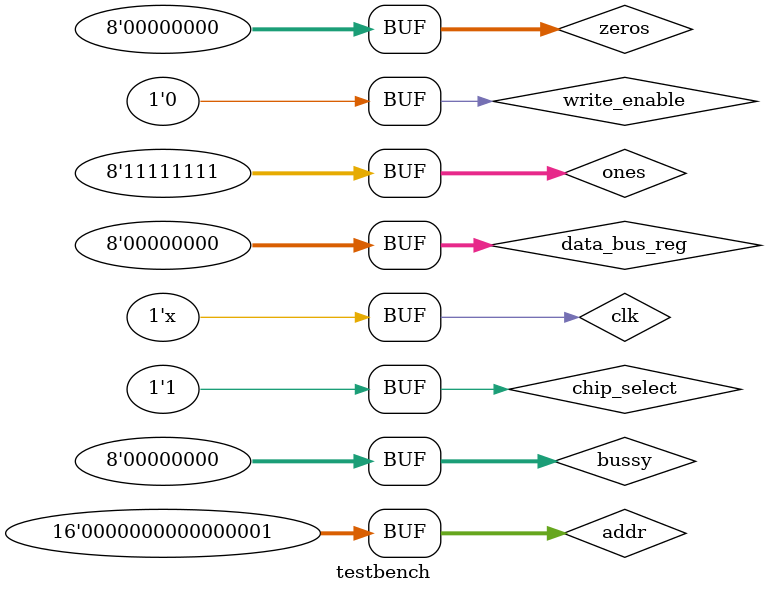
<source format=v>
`timescale 1ns / 100ps


module testbench;

reg clk;
reg  [7:0]  ones;
reg  [7:0]  zeros;
wire [7:0]  bussy;
reg  [7:0]  data_bus_reg;
reg  [15:0] addr;

reg write_enable;
reg chip_select;

assign bussy = data_bus_reg;

memory mem(clk, addr, bussy, write_enable, chip_select);

// Stimulus for UUT.
initial 
begin
	clk = 0;
	ones =  8'b11111111;
	zeros = 8'b00000000;
	addr =  16'b0000000000000001;
	
	write_enable = 0;
	chip_select = 1;
end


// Modulates the clock.
always
begin
	#10 clk <= ~clk;
end

initial
begin

// Initial delay then write 0xFF to 0x0001
	#40;
	data_bus_reg <= ones;
	write_enable = 1;
	#20;
	write_enable = 0;

// Delay a bit then write 0x00 to 0x0010
	#40;
	addr = 16'b0000000000100000;
	data_bus_reg <= zeros;
	write_enable = 1;
	#20;
	write_enable = 0;
	
// Delay a bit then read from 0x0001
	#40;
	addr = 16'b0000000000000001;
	
	
end

endmodule




// ALU testbench.
/*
module testbench;

reg clk;
reg [7:0] operand_a;
reg [7:0] operand_b;
wire [7:0] result;
reg [3:0] instr;

alu uut(operand_a,operand_b,result,instr,clk);

// Stimulus for UUT.
initial 
begin
	clk = 0;
	operand_a = 8'b00000001;
	operand_b = 8'b00000001;
	instr = 4'b0000;
end


// Modulates the clock.
always
begin
	#10 clk <= ~clk;
end





endmodule
*/
</source>
